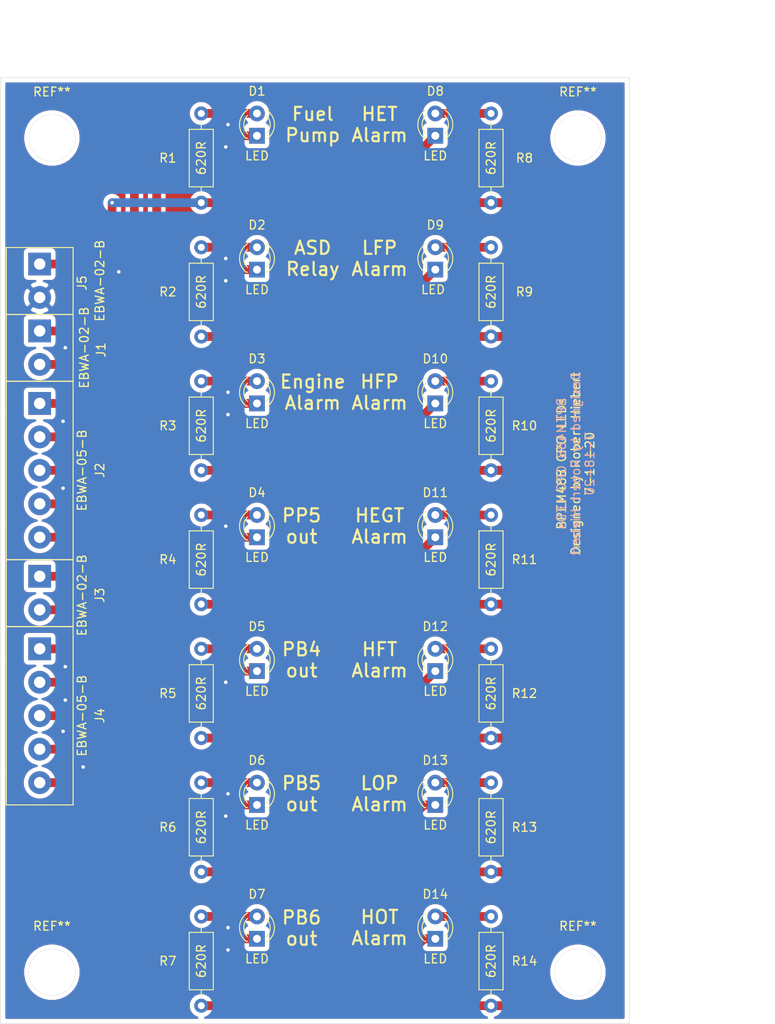
<source format=kicad_pcb>
(kicad_pcb (version 20171130) (host pcbnew "(5.1.6)-1")
  (layers (0 F.Cu signal hide) (31 B.Cu signal hide) (34 B.Paste user) (35 F.Paste user) (36 B.SilkS user) (37 F.SilkS user) (38 B.Mask user) (39 F.Mask user) (44 Edge.Cuts user))
  (net 0 "")
  (net 1 "Net-(D1-Pad1)")
  (net 2 "Net-(D1-Pad2)")
  (net 3 "Net-(D2-Pad2)")
  (net 4 "Net-(D2-Pad1)")
  (net 5 "Net-(D3-Pad2)")
  (net 6 "Net-(D3-Pad1)")
  (net 7 "Net-(D4-Pad2)")
  (net 8 "Net-(D4-Pad1)")
  (net 9 "Net-(D5-Pad2)")
  (net 10 "Net-(D5-Pad1)")
  (net 11 "Net-(D6-Pad1)")
  (net 12 "Net-(D6-Pad2)")
  (net 13 "Net-(D7-Pad1)")
  (net 14 "Net-(D7-Pad2)")
  (net 15 /HET)
  (net 16 "Net-(D8-Pad2)")
  (net 17 /LFP)
  (net 18 "Net-(D9-Pad2)")
  (net 19 "Net-(D10-Pad2)")
  (net 20 /HFP)
  (net 21 "Net-(D11-Pad2)")
  (net 22 /HEGT)
  (net 23 /HFT)
  (net 24 "Net-(D12-Pad2)")
  (net 25 "Net-(D13-Pad2)")
  (net 26 /HOT)
  (net 27 /LOP)
  (net 28 "Net-(D14-Pad2)")
  (net 29 GND)
  (net 30 +12V)
  (module MountingHole:MountingHole_5.3mm_M5_ISO14580_Pad (layer F.Cu) (at 90.678 144.018)
    (fp_text reference REF** (at 0 -5.25) (layer F.SilkS))
    (fp_text value MountingHole_5.3mm_M5_ISO14580_Pad)
    (pad "" thru_hole circle (at 0 0) (size 5.3 5.3) (drill 5.3) (layers *.Cu))
  )
  (module MountingHole:MountingHole_5.3mm_M5_ISO14580_Pad (layer F.Cu) (at 150.622 144.018)
    (fp_text reference REF** (at 0 -5.25) (layer F.SilkS))
    (fp_text value MountingHole_5.3mm_M5_ISO14580_Pad)
    (pad "" thru_hole circle (at 0 0) (size 5.3 5.3) (drill 5.3) (layers *.Cu))
  )
  (module MountingHole:MountingHole_5.3mm_M5_ISO14580_Pad (layer F.Cu) (at 90.678 49.022)
    (fp_text reference REF** (at 0 -5.25) (layer F.SilkS))
    (fp_text value MountingHole_5.3mm_M5_ISO14580_Pad)
    (pad "" thru_hole circle (at 0 0) (size 5.3 5.3) (drill 5.3) (layers *.Cu))
  )
  (module MountingHole:MountingHole_5.3mm_M5_ISO14580_Pad (layer F.Cu) (at 150.622 49.022)
    (fp_text reference REF** (at 0 -5.25) (layer F.SilkS))
    (fp_text value MountingHole_5.3mm_M5_ISO14580_Pad)
    (pad "" thru_hole circle (at 0 0) (size 5.3 5.3) (drill 5.3) (layers *.Cu))
  )
  (module LED_THT:LED_D3.0mm (layer F.Cu) (at 114.046 48.768 90)
    (fp_text reference D1 (at 5.08 0 180) (layer F.SilkS))
    (fp_text value LED (at -2.286 0 180) (layer F.SilkS))
    (fp_line (start -0.29 -1.236) (end -0.29 -1.08) (layer F.SilkS) (width 0.12))
    (fp_line (start -0.29 1.08) (end -0.29 1.236) (layer F.SilkS) (width 0.12))
    (fp_arc (start 1.27 0) (end -0.29 -1.235516) (angle 108.8) (layer F.SilkS) (width 0.12))
    (fp_arc (start 1.27 0) (end -0.29 1.235516) (angle -108.8) (layer F.SilkS) (width 0.12))
    (fp_arc (start 1.27 0) (end 0.229039 -1.08) (angle 87.9) (layer F.SilkS) (width 0.12))
    (fp_arc (start 1.27 0) (end 0.229039 1.08) (angle -87.9) (layer F.SilkS) (width 0.12))
    (pad 1 thru_hole rect (at 0 0 90) (size 1.8 1.8) (drill 0.9) (layers *.Cu *.Mask) (net 1 "Net-(D1-Pad1)"))
    (pad 2 thru_hole circle (at 2.54 0 90) (size 1.8 1.8) (drill 0.9) (layers *.Cu *.Mask) (net 2 "Net-(D1-Pad2)"))
  )
  (module LED_THT:LED_D3.0mm (layer F.Cu) (at 114.046 64.008 90)
    (fp_text reference D2 (at 5.08 0 180) (layer F.SilkS))
    (fp_text value LED (at -2.286 0 180) (layer F.SilkS))
    (fp_line (start -0.29 1.08) (end -0.29 1.236) (layer F.SilkS) (width 0.12))
    (fp_line (start -0.29 -1.236) (end -0.29 -1.08) (layer F.SilkS) (width 0.12))
    (fp_arc (start 1.27 0) (end 0.229039 1.08) (angle -87.9) (layer F.SilkS) (width 0.12))
    (fp_arc (start 1.27 0) (end 0.229039 -1.08) (angle 87.9) (layer F.SilkS) (width 0.12))
    (fp_arc (start 1.27 0) (end -0.29 1.235516) (angle -108.8) (layer F.SilkS) (width 0.12))
    (fp_arc (start 1.27 0) (end -0.29 -1.235516) (angle 108.8) (layer F.SilkS) (width 0.12))
    (pad 2 thru_hole circle (at 2.54 0 90) (size 1.8 1.8) (drill 0.9) (layers *.Cu *.Mask) (net 3 "Net-(D2-Pad2)"))
    (pad 1 thru_hole rect (at 0 0 90) (size 1.8 1.8) (drill 0.9) (layers *.Cu *.Mask) (net 4 "Net-(D2-Pad1)"))
  )
  (module LED_THT:LED_D3.0mm (layer F.Cu) (at 114.046 79.248 90)
    (fp_text reference D3 (at 5.08 0 180) (layer F.SilkS))
    (fp_text value LED (at -2.286 0 180) (layer F.SilkS))
    (fp_line (start -0.29 1.08) (end -0.29 1.236) (layer F.SilkS) (width 0.12))
    (fp_line (start -0.29 -1.236) (end -0.29 -1.08) (layer F.SilkS) (width 0.12))
    (fp_arc (start 1.27 0) (end 0.229039 1.08) (angle -87.9) (layer F.SilkS) (width 0.12))
    (fp_arc (start 1.27 0) (end 0.229039 -1.08) (angle 87.9) (layer F.SilkS) (width 0.12))
    (fp_arc (start 1.27 0) (end -0.29 1.235516) (angle -108.8) (layer F.SilkS) (width 0.12))
    (fp_arc (start 1.27 0) (end -0.29 -1.235516) (angle 108.8) (layer F.SilkS) (width 0.12))
    (pad 2 thru_hole circle (at 2.54 0 90) (size 1.8 1.8) (drill 0.9) (layers *.Cu *.Mask) (net 5 "Net-(D3-Pad2)"))
    (pad 1 thru_hole rect (at 0 0 90) (size 1.8 1.8) (drill 0.9) (layers *.Cu *.Mask) (net 6 "Net-(D3-Pad1)"))
  )
  (module LED_THT:LED_D3.0mm (layer F.Cu) (at 114.046 94.488 90)
    (fp_text reference D4 (at 5.08 0 180) (layer F.SilkS))
    (fp_text value LED (at -2.286 0 180) (layer F.SilkS))
    (fp_line (start -0.29 1.08) (end -0.29 1.236) (layer F.SilkS) (width 0.12))
    (fp_line (start -0.29 -1.236) (end -0.29 -1.08) (layer F.SilkS) (width 0.12))
    (fp_arc (start 1.27 0) (end 0.229039 1.08) (angle -87.9) (layer F.SilkS) (width 0.12))
    (fp_arc (start 1.27 0) (end 0.229039 -1.08) (angle 87.9) (layer F.SilkS) (width 0.12))
    (fp_arc (start 1.27 0) (end -0.29 1.235516) (angle -108.8) (layer F.SilkS) (width 0.12))
    (fp_arc (start 1.27 0) (end -0.29 -1.235516) (angle 108.8) (layer F.SilkS) (width 0.12))
    (pad 2 thru_hole circle (at 2.54 0 90) (size 1.8 1.8) (drill 0.9) (layers *.Cu *.Mask) (net 7 "Net-(D4-Pad2)"))
    (pad 1 thru_hole rect (at 0 0 90) (size 1.8 1.8) (drill 0.9) (layers *.Cu *.Mask) (net 8 "Net-(D4-Pad1)"))
  )
  (module LED_THT:LED_D3.0mm (layer F.Cu) (at 114.046 109.728 90)
    (fp_text reference D5 (at 5.08 0 180) (layer F.SilkS))
    (fp_text value LED (at -2.286 0 180) (layer F.SilkS))
    (fp_line (start -0.29 1.08) (end -0.29 1.236) (layer F.SilkS) (width 0.12))
    (fp_line (start -0.29 -1.236) (end -0.29 -1.08) (layer F.SilkS) (width 0.12))
    (fp_arc (start 1.27 0) (end 0.229039 1.08) (angle -87.9) (layer F.SilkS) (width 0.12))
    (fp_arc (start 1.27 0) (end 0.229039 -1.08) (angle 87.9) (layer F.SilkS) (width 0.12))
    (fp_arc (start 1.27 0) (end -0.29 1.235516) (angle -108.8) (layer F.SilkS) (width 0.12))
    (fp_arc (start 1.27 0) (end -0.29 -1.235516) (angle 108.8) (layer F.SilkS) (width 0.12))
    (pad 2 thru_hole circle (at 2.54 0 90) (size 1.8 1.8) (drill 0.9) (layers *.Cu *.Mask) (net 9 "Net-(D5-Pad2)"))
    (pad 1 thru_hole rect (at 0 0 90) (size 1.8 1.8) (drill 0.9) (layers *.Cu *.Mask) (net 10 "Net-(D5-Pad1)"))
  )
  (module LED_THT:LED_D3.0mm (layer F.Cu) (at 114.046 124.968 90)
    (fp_text reference D6 (at 5.08 0 180) (layer F.SilkS))
    (fp_text value LED (at -2.286 0 180) (layer F.SilkS))
    (fp_line (start -0.29 -1.236) (end -0.29 -1.08) (layer F.SilkS) (width 0.12))
    (fp_line (start -0.29 1.08) (end -0.29 1.236) (layer F.SilkS) (width 0.12))
    (fp_arc (start 1.27 0) (end -0.29 -1.235516) (angle 108.8) (layer F.SilkS) (width 0.12))
    (fp_arc (start 1.27 0) (end -0.29 1.235516) (angle -108.8) (layer F.SilkS) (width 0.12))
    (fp_arc (start 1.27 0) (end 0.229039 -1.08) (angle 87.9) (layer F.SilkS) (width 0.12))
    (fp_arc (start 1.27 0) (end 0.229039 1.08) (angle -87.9) (layer F.SilkS) (width 0.12))
    (pad 1 thru_hole rect (at 0 0 90) (size 1.8 1.8) (drill 0.9) (layers *.Cu *.Mask) (net 11 "Net-(D6-Pad1)"))
    (pad 2 thru_hole circle (at 2.54 0 90) (size 1.8 1.8) (drill 0.9) (layers *.Cu *.Mask) (net 12 "Net-(D6-Pad2)"))
  )
  (module LED_THT:LED_D3.0mm (layer F.Cu) (at 114.046 140.208 90)
    (fp_text reference D7 (at 5.08 0 180) (layer F.SilkS))
    (fp_text value LED (at -2.286 0 180) (layer F.SilkS))
    (fp_line (start -0.29 -1.236) (end -0.29 -1.08) (layer F.SilkS) (width 0.12))
    (fp_line (start -0.29 1.08) (end -0.29 1.236) (layer F.SilkS) (width 0.12))
    (fp_arc (start 1.27 0) (end -0.29 -1.235516) (angle 108.8) (layer F.SilkS) (width 0.12))
    (fp_arc (start 1.27 0) (end -0.29 1.235516) (angle -108.8) (layer F.SilkS) (width 0.12))
    (fp_arc (start 1.27 0) (end 0.229039 -1.08) (angle 87.9) (layer F.SilkS) (width 0.12))
    (fp_arc (start 1.27 0) (end 0.229039 1.08) (angle -87.9) (layer F.SilkS) (width 0.12))
    (pad 1 thru_hole rect (at 0 0 90) (size 1.8 1.8) (drill 0.9) (layers *.Cu *.Mask) (net 13 "Net-(D7-Pad1)"))
    (pad 2 thru_hole circle (at 2.54 0 90) (size 1.8 1.8) (drill 0.9) (layers *.Cu *.Mask) (net 14 "Net-(D7-Pad2)"))
  )
  (module LED_THT:LED_D3.0mm (layer F.Cu) (at 134.366 48.768 90)
    (fp_text reference D8 (at 5.08 0 180) (layer F.SilkS))
    (fp_text value LED (at -2.286 0 180) (layer F.SilkS))
    (fp_line (start -0.29 -1.236) (end -0.29 -1.08) (layer F.SilkS) (width 0.12))
    (fp_line (start -0.29 1.08) (end -0.29 1.236) (layer F.SilkS) (width 0.12))
    (fp_arc (start 1.27 0) (end -0.29 -1.235516) (angle 108.8) (layer F.SilkS) (width 0.12))
    (fp_arc (start 1.27 0) (end -0.29 1.235516) (angle -108.8) (layer F.SilkS) (width 0.12))
    (fp_arc (start 1.27 0) (end 0.229039 -1.08) (angle 87.9) (layer F.SilkS) (width 0.12))
    (fp_arc (start 1.27 0) (end 0.229039 1.08) (angle -87.9) (layer F.SilkS) (width 0.12))
    (pad 1 thru_hole rect (at 0 0 90) (size 1.8 1.8) (drill 0.9) (layers *.Cu *.Mask) (net 15 /HET))
    (pad 2 thru_hole circle (at 2.54 0 90) (size 1.8 1.8) (drill 0.9) (layers *.Cu *.Mask) (net 16 "Net-(D8-Pad2)"))
  )
  (module LED_THT:LED_D3.0mm (layer F.Cu) (at 134.366 64.008 90)
    (fp_text reference D9 (at 5.08 0 180) (layer F.SilkS))
    (fp_text value LED (at -2.286 -0.254 180) (layer F.SilkS))
    (fp_line (start -0.29 -1.236) (end -0.29 -1.08) (layer F.SilkS) (width 0.12))
    (fp_line (start -0.29 1.08) (end -0.29 1.236) (layer F.SilkS) (width 0.12))
    (fp_arc (start 1.27 0) (end -0.29 -1.235516) (angle 108.8) (layer F.SilkS) (width 0.12))
    (fp_arc (start 1.27 0) (end -0.29 1.235516) (angle -108.8) (layer F.SilkS) (width 0.12))
    (fp_arc (start 1.27 0) (end 0.229039 -1.08) (angle 87.9) (layer F.SilkS) (width 0.12))
    (fp_arc (start 1.27 0) (end 0.229039 1.08) (angle -87.9) (layer F.SilkS) (width 0.12))
    (pad 1 thru_hole rect (at 0 0 90) (size 1.8 1.8) (drill 0.9) (layers *.Cu *.Mask) (net 17 /LFP))
    (pad 2 thru_hole circle (at 2.54 0 90) (size 1.8 1.8) (drill 0.9) (layers *.Cu *.Mask) (net 18 "Net-(D9-Pad2)"))
  )
  (module LED_THT:LED_D3.0mm (layer F.Cu) (at 134.366 79.248 90)
    (fp_text reference D10 (at 5.08 0 180) (layer F.SilkS))
    (fp_text value LED (at -2.286 0 180) (layer F.SilkS))
    (fp_line (start -0.29 1.08) (end -0.29 1.236) (layer F.SilkS) (width 0.12))
    (fp_line (start -0.29 -1.236) (end -0.29 -1.08) (layer F.SilkS) (width 0.12))
    (fp_arc (start 1.27 0) (end 0.229039 1.08) (angle -87.9) (layer F.SilkS) (width 0.12))
    (fp_arc (start 1.27 0) (end 0.229039 -1.08) (angle 87.9) (layer F.SilkS) (width 0.12))
    (fp_arc (start 1.27 0) (end -0.29 1.235516) (angle -108.8) (layer F.SilkS) (width 0.12))
    (fp_arc (start 1.27 0) (end -0.29 -1.235516) (angle 108.8) (layer F.SilkS) (width 0.12))
    (pad 2 thru_hole circle (at 2.54 0 90) (size 1.8 1.8) (drill 0.9) (layers *.Cu *.Mask) (net 19 "Net-(D10-Pad2)"))
    (pad 1 thru_hole rect (at 0 0 90) (size 1.8 1.8) (drill 0.9) (layers *.Cu *.Mask) (net 20 /HFP))
  )
  (module LED_THT:LED_D3.0mm (layer F.Cu) (at 134.366 94.488 90)
    (fp_text reference D11 (at 5.08 0 180) (layer F.SilkS))
    (fp_text value LED (at -2.286 0 180) (layer F.SilkS))
    (fp_line (start -0.29 1.08) (end -0.29 1.236) (layer F.SilkS) (width 0.12))
    (fp_line (start -0.29 -1.236) (end -0.29 -1.08) (layer F.SilkS) (width 0.12))
    (fp_arc (start 1.27 0) (end 0.229039 1.08) (angle -87.9) (layer F.SilkS) (width 0.12))
    (fp_arc (start 1.27 0) (end 0.229039 -1.08) (angle 87.9) (layer F.SilkS) (width 0.12))
    (fp_arc (start 1.27 0) (end -0.29 1.235516) (angle -108.8) (layer F.SilkS) (width 0.12))
    (fp_arc (start 1.27 0) (end -0.29 -1.235516) (angle 108.8) (layer F.SilkS) (width 0.12))
    (pad 2 thru_hole circle (at 2.54 0 90) (size 1.8 1.8) (drill 0.9) (layers *.Cu *.Mask) (net 21 "Net-(D11-Pad2)"))
    (pad 1 thru_hole rect (at 0 0 90) (size 1.8 1.8) (drill 0.9) (layers *.Cu *.Mask) (net 22 /HEGT))
  )
  (module LED_THT:LED_D3.0mm (layer F.Cu) (at 134.366 109.728 90)
    (fp_text reference D12 (at 5.08 0 180) (layer F.SilkS))
    (fp_text value LED (at -2.286 0 180) (layer F.SilkS))
    (fp_line (start -0.29 -1.236) (end -0.29 -1.08) (layer F.SilkS) (width 0.12))
    (fp_line (start -0.29 1.08) (end -0.29 1.236) (layer F.SilkS) (width 0.12))
    (fp_arc (start 1.27 0) (end -0.29 -1.235516) (angle 108.8) (layer F.SilkS) (width 0.12))
    (fp_arc (start 1.27 0) (end -0.29 1.235516) (angle -108.8) (layer F.SilkS) (width 0.12))
    (fp_arc (start 1.27 0) (end 0.229039 -1.08) (angle 87.9) (layer F.SilkS) (width 0.12))
    (fp_arc (start 1.27 0) (end 0.229039 1.08) (angle -87.9) (layer F.SilkS) (width 0.12))
    (pad 1 thru_hole rect (at 0 0 90) (size 1.8 1.8) (drill 0.9) (layers *.Cu *.Mask) (net 23 /HFT))
    (pad 2 thru_hole circle (at 2.54 0 90) (size 1.8 1.8) (drill 0.9) (layers *.Cu *.Mask) (net 24 "Net-(D12-Pad2)"))
  )
  (module LED_THT:LED_D3.0mm (layer F.Cu) (at 134.366 124.968 90)
    (fp_text reference D13 (at 5.08 0 180) (layer F.SilkS))
    (fp_text value LED (at -2.286 0 180) (layer F.SilkS))
    (fp_line (start -0.29 1.08) (end -0.29 1.236) (layer F.SilkS) (width 0.12))
    (fp_line (start -0.29 -1.236) (end -0.29 -1.08) (layer F.SilkS) (width 0.12))
    (fp_arc (start 1.27 0) (end 0.229039 1.08) (angle -87.9) (layer F.SilkS) (width 0.12))
    (fp_arc (start 1.27 0) (end 0.229039 -1.08) (angle 87.9) (layer F.SilkS) (width 0.12))
    (fp_arc (start 1.27 0) (end -0.29 1.235516) (angle -108.8) (layer F.SilkS) (width 0.12))
    (fp_arc (start 1.27 0) (end -0.29 -1.235516) (angle 108.8) (layer F.SilkS) (width 0.12))
    (pad 2 thru_hole circle (at 2.54 0 90) (size 1.8 1.8) (drill 0.9) (layers *.Cu *.Mask) (net 25 "Net-(D13-Pad2)"))
    (pad 1 thru_hole rect (at 0 0 90) (size 1.8 1.8) (drill 0.9) (layers *.Cu *.Mask) (net 26 /HOT))
  )
  (module LED_THT:LED_D3.0mm (layer F.Cu) (at 134.366 140.208 90)
    (fp_text reference D14 (at 5.08 0 180) (layer F.SilkS))
    (fp_text value LED (at -2.286 0 180) (layer F.SilkS))
    (fp_line (start -0.29 -1.236) (end -0.29 -1.08) (layer F.SilkS) (width 0.12))
    (fp_line (start -0.29 1.08) (end -0.29 1.236) (layer F.SilkS) (width 0.12))
    (fp_arc (start 1.27 0) (end -0.29 -1.235516) (angle 108.8) (layer F.SilkS) (width 0.12))
    (fp_arc (start 1.27 0) (end -0.29 1.235516) (angle -108.8) (layer F.SilkS) (width 0.12))
    (fp_arc (start 1.27 0) (end 0.229039 -1.08) (angle 87.9) (layer F.SilkS) (width 0.12))
    (fp_arc (start 1.27 0) (end 0.229039 1.08) (angle -87.9) (layer F.SilkS) (width 0.12))
    (pad 1 thru_hole rect (at 0 0 90) (size 1.8 1.8) (drill 0.9) (layers *.Cu *.Mask) (net 27 /LOP))
    (pad 2 thru_hole circle (at 2.54 0 90) (size 1.8 1.8) (drill 0.9) (layers *.Cu *.Mask) (net 28 "Net-(D14-Pad2)"))
  )
  (module "Ign-Inj LEDs:EBWA-02-B" (layer F.Cu) (at 89.281 72.898 270)
    (fp_text reference J1 (at 0.254 -6.985 90) (layer F.SilkS))
    (fp_text value EBWA-02-B (at 0 -5.08 90) (layer F.SilkS))
    (fp_line (start -3.7846 -3.81) (end 3.8354 -3.81) (layer F.SilkS) (width 0.12))
    (fp_line (start 3.8354 -3.81) (end 3.8354 3.81) (layer F.SilkS) (width 0.12))
    (fp_line (start 3.8354 3.81) (end -3.7846 3.81) (layer F.SilkS) (width 0.12))
    (fp_line (start -3.7846 3.81) (end -3.7846 -3.81) (layer F.SilkS) (width 0.12))
    (pad 2 thru_hole circle (at 1.905 0 270) (size 2.6 2.6) (drill 1.3) (layers *.Cu *.Mask) (net 15 /HET))
    (pad 1 thru_hole rect (at -1.905 0 270) (size 2.6 2.6) (drill 1.3) (layers *.Cu *.Mask) (net 1 "Net-(D1-Pad1)"))
  )
  (module "Ign-Inj LEDs:EBWA-05-B" (layer F.Cu) (at 89.281 86.868 270)
    (fp_text reference J2 (at 0 -6.858 90) (layer F.SilkS))
    (fp_text value EBWA-05-B (at 0 -4.826 90) (layer F.SilkS))
    (fp_line (start -10.16 3.81) (end -6.35 3.81) (layer F.SilkS) (width 0.12))
    (fp_line (start -10.16 -3.81) (end -10.16 3.81) (layer F.SilkS) (width 0.12))
    (fp_line (start -6.35 -3.81) (end -10.16 -3.81) (layer F.SilkS) (width 0.12))
    (fp_line (start 10.16 3.81) (end 6.35 3.81) (layer F.SilkS) (width 0.12))
    (fp_line (start 10.16 -3.81) (end 10.16 3.81) (layer F.SilkS) (width 0.12))
    (fp_line (start 6.35 -3.81) (end 10.16 -3.81) (layer F.SilkS) (width 0.12))
    (fp_line (start 6.35 3.81) (end -6.35 3.81) (layer F.SilkS) (width 0.12))
    (fp_line (start -6.35 -3.81) (end 6.35 -3.81) (layer F.SilkS) (width 0.12))
    (pad 1 thru_hole rect (at -7.62 0 270) (size 2.6 2.6) (drill 1.3) (layers *.Cu *.Mask) (net 4 "Net-(D2-Pad1)"))
    (pad 5 thru_hole circle (at 7.62 0 270) (size 2.6 2.6) (drill 1.3) (layers *.Cu *.Mask) (net 8 "Net-(D4-Pad1)"))
    (pad 4 thru_hole circle (at 3.81 0 270) (size 2.6 2.6) (drill 1.3) (layers *.Cu *.Mask) (net 20 /HFP))
    (pad 2 thru_hole circle (at -3.81 0 270) (size 2.6 2.6) (drill 1.3) (layers *.Cu *.Mask) (net 17 /LFP))
    (pad 3 thru_hole circle (at 0 0 270) (size 2.6 2.6) (drill 1.3) (layers *.Cu *.Mask) (net 6 "Net-(D3-Pad1)"))
  )
  (module "Ign-Inj LEDs:EBWA-02-B" (layer F.Cu) (at 89.281 100.838 270)
    (fp_text reference J3 (at 0.254 -6.858 90) (layer F.SilkS))
    (fp_text value EBWA-02-B (at 0.254 -4.826 90) (layer F.SilkS))
    (fp_line (start -3.7846 3.81) (end -3.7846 -3.81) (layer F.SilkS) (width 0.12))
    (fp_line (start 3.8354 3.81) (end -3.7846 3.81) (layer F.SilkS) (width 0.12))
    (fp_line (start 3.8354 -3.81) (end 3.8354 3.81) (layer F.SilkS) (width 0.12))
    (fp_line (start -3.7846 -3.81) (end 3.8354 -3.81) (layer F.SilkS) (width 0.12))
    (pad 1 thru_hole rect (at -1.905 0 270) (size 2.6 2.6) (drill 1.3) (layers *.Cu *.Mask) (net 22 /HEGT))
    (pad 2 thru_hole circle (at 1.905 0 270) (size 2.6 2.6) (drill 1.3) (layers *.Cu *.Mask) (net 10 "Net-(D5-Pad1)"))
  )
  (module "Ign-Inj LEDs:EBWA-05-B" (layer F.Cu) (at 89.281 114.808 270)
    (fp_text reference J4 (at 0 -6.858 90) (layer F.SilkS))
    (fp_text value EBWA-05-B (at 0 -4.826 90) (layer F.SilkS))
    (fp_line (start -6.35 -3.81) (end 6.35 -3.81) (layer F.SilkS) (width 0.12))
    (fp_line (start 6.35 3.81) (end -6.35 3.81) (layer F.SilkS) (width 0.12))
    (fp_line (start 6.35 -3.81) (end 10.16 -3.81) (layer F.SilkS) (width 0.12))
    (fp_line (start 10.16 -3.81) (end 10.16 3.81) (layer F.SilkS) (width 0.12))
    (fp_line (start 10.16 3.81) (end 6.35 3.81) (layer F.SilkS) (width 0.12))
    (fp_line (start -6.35 -3.81) (end -10.16 -3.81) (layer F.SilkS) (width 0.12))
    (fp_line (start -10.16 -3.81) (end -10.16 3.81) (layer F.SilkS) (width 0.12))
    (fp_line (start -10.16 3.81) (end -6.35 3.81) (layer F.SilkS) (width 0.12))
    (pad 3 thru_hole circle (at 0 0 270) (size 2.6 2.6) (drill 1.3) (layers *.Cu *.Mask) (net 26 /HOT))
    (pad 2 thru_hole circle (at -3.81 0 270) (size 2.6 2.6) (drill 1.3) (layers *.Cu *.Mask) (net 11 "Net-(D6-Pad1)"))
    (pad 4 thru_hole circle (at 3.81 0 270) (size 2.6 2.6) (drill 1.3) (layers *.Cu *.Mask) (net 13 "Net-(D7-Pad1)"))
    (pad 5 thru_hole circle (at 7.62 0 270) (size 2.6 2.6) (drill 1.3) (layers *.Cu *.Mask) (net 27 /LOP))
    (pad 1 thru_hole rect (at -7.62 0 270) (size 2.6 2.6) (drill 1.3) (layers *.Cu *.Mask) (net 23 /HFT))
  )
  (module "Ign-Inj LEDs:EBWA-02-B" (layer F.Cu) (at 89.281 65.278 270)
    (fp_text reference J5 (at 0.254 -4.826 90) (layer F.SilkS))
    (fp_text value EBWA-02-B (at 0 -6.858 90) (layer F.SilkS))
    (fp_line (start -3.7846 -3.81) (end 3.8354 -3.81) (layer F.SilkS) (width 0.12))
    (fp_line (start 3.8354 -3.81) (end 3.8354 3.81) (layer F.SilkS) (width 0.12))
    (fp_line (start 3.8354 3.81) (end -3.7846 3.81) (layer F.SilkS) (width 0.12))
    (fp_line (start -3.7846 3.81) (end -3.7846 -3.81) (layer F.SilkS) (width 0.12))
    (pad 2 thru_hole circle (at 1.905 0 270) (size 2.6 2.6) (drill 1.3) (layers *.Cu *.Mask) (net 29 GND))
    (pad 1 thru_hole rect (at -1.905 0 270) (size 2.6 2.6) (drill 1.3) (layers *.Cu *.Mask) (net 30 +12V))
  )
  (module Resistor_THT:R_Axial_DIN0207_L6.3mm_D2.5mm_P10.16mm_Horizontal (layer F.Cu) (at 107.696 56.388 90)
    (fp_text reference R1 (at 5.08 -3.81 180) (layer F.SilkS))
    (fp_text value 620R (at 5.08 0 90) (layer F.SilkS))
    (fp_line (start 9.12 0) (end 8.35 0) (layer F.SilkS) (width 0.12))
    (fp_line (start 1.04 0) (end 1.81 0) (layer F.SilkS) (width 0.12))
    (fp_line (start 8.35 -1.37) (end 1.81 -1.37) (layer F.SilkS) (width 0.12))
    (fp_line (start 8.35 1.37) (end 8.35 -1.37) (layer F.SilkS) (width 0.12))
    (fp_line (start 1.81 1.37) (end 8.35 1.37) (layer F.SilkS) (width 0.12))
    (fp_line (start 1.81 -1.37) (end 1.81 1.37) (layer F.SilkS) (width 0.12))
    (pad 2 thru_hole oval (at 10.16 0 90) (size 1.6 1.6) (drill 0.8) (layers *.Cu *.Mask) (net 2 "Net-(D1-Pad2)"))
    (pad 1 thru_hole circle (at 0 0 90) (size 1.6 1.6) (drill 0.8) (layers *.Cu *.Mask) (net 30 +12V))
  )
  (module Resistor_THT:R_Axial_DIN0207_L6.3mm_D2.5mm_P10.16mm_Horizontal (layer F.Cu) (at 107.696 71.628 90)
    (fp_text reference R2 (at 5.08 -3.81 180) (layer F.SilkS))
    (fp_text value 620R (at 5.08 0 90) (layer F.SilkS))
    (fp_line (start 1.81 -1.37) (end 1.81 1.37) (layer F.SilkS) (width 0.12))
    (fp_line (start 1.81 1.37) (end 8.35 1.37) (layer F.SilkS) (width 0.12))
    (fp_line (start 8.35 1.37) (end 8.35 -1.37) (layer F.SilkS) (width 0.12))
    (fp_line (start 8.35 -1.37) (end 1.81 -1.37) (layer F.SilkS) (width 0.12))
    (fp_line (start 1.04 0) (end 1.81 0) (layer F.SilkS) (width 0.12))
    (fp_line (start 9.12 0) (end 8.35 0) (layer F.SilkS) (width 0.12))
    (pad 1 thru_hole circle (at 0 0 90) (size 1.6 1.6) (drill 0.8) (layers *.Cu *.Mask) (net 30 +12V))
    (pad 2 thru_hole oval (at 10.16 0 90) (size 1.6 1.6) (drill 0.8) (layers *.Cu *.Mask) (net 3 "Net-(D2-Pad2)"))
  )
  (module Resistor_THT:R_Axial_DIN0207_L6.3mm_D2.5mm_P10.16mm_Horizontal (layer F.Cu) (at 107.696 86.868 90)
    (fp_text reference R3 (at 5.08 -3.81 180) (layer F.SilkS))
    (fp_text value 620R (at 5.08 0 90) (layer F.SilkS))
    (fp_line (start 9.12 0) (end 8.35 0) (layer F.SilkS) (width 0.12))
    (fp_line (start 1.04 0) (end 1.81 0) (layer F.SilkS) (width 0.12))
    (fp_line (start 8.35 -1.37) (end 1.81 -1.37) (layer F.SilkS) (width 0.12))
    (fp_line (start 8.35 1.37) (end 8.35 -1.37) (layer F.SilkS) (width 0.12))
    (fp_line (start 1.81 1.37) (end 8.35 1.37) (layer F.SilkS) (width 0.12))
    (fp_line (start 1.81 -1.37) (end 1.81 1.37) (layer F.SilkS) (width 0.12))
    (pad 2 thru_hole oval (at 10.16 0 90) (size 1.6 1.6) (drill 0.8) (layers *.Cu *.Mask) (net 5 "Net-(D3-Pad2)"))
    (pad 1 thru_hole circle (at 0 0 90) (size 1.6 1.6) (drill 0.8) (layers *.Cu *.Mask) (net 30 +12V))
  )
  (module Resistor_THT:R_Axial_DIN0207_L6.3mm_D2.5mm_P10.16mm_Horizontal (layer F.Cu) (at 107.696 102.108 90)
    (fp_text reference R4 (at 5.08 -3.81 180) (layer F.SilkS))
    (fp_text value 620R (at 5.08 0 90) (layer F.SilkS))
    (fp_line (start 1.81 -1.37) (end 1.81 1.37) (layer F.SilkS) (width 0.12))
    (fp_line (start 1.81 1.37) (end 8.35 1.37) (layer F.SilkS) (width 0.12))
    (fp_line (start 8.35 1.37) (end 8.35 -1.37) (layer F.SilkS) (width 0.12))
    (fp_line (start 8.35 -1.37) (end 1.81 -1.37) (layer F.SilkS) (width 0.12))
    (fp_line (start 1.04 0) (end 1.81 0) (layer F.SilkS) (width 0.12))
    (fp_line (start 9.12 0) (end 8.35 0) (layer F.SilkS) (width 0.12))
    (pad 1 thru_hole circle (at 0 0 90) (size 1.6 1.6) (drill 0.8) (layers *.Cu *.Mask) (net 30 +12V))
    (pad 2 thru_hole oval (at 10.16 0 90) (size 1.6 1.6) (drill 0.8) (layers *.Cu *.Mask) (net 7 "Net-(D4-Pad2)"))
  )
  (module Resistor_THT:R_Axial_DIN0207_L6.3mm_D2.5mm_P10.16mm_Horizontal (layer F.Cu) (at 107.696 117.348 90)
    (fp_text reference R5 (at 5.08 -3.81 180) (layer F.SilkS))
    (fp_text value 620R (at 5.08 0 90) (layer F.SilkS))
    (fp_line (start 9.12 0) (end 8.35 0) (layer F.SilkS) (width 0.12))
    (fp_line (start 1.04 0) (end 1.81 0) (layer F.SilkS) (width 0.12))
    (fp_line (start 8.35 -1.37) (end 1.81 -1.37) (layer F.SilkS) (width 0.12))
    (fp_line (start 8.35 1.37) (end 8.35 -1.37) (layer F.SilkS) (width 0.12))
    (fp_line (start 1.81 1.37) (end 8.35 1.37) (layer F.SilkS) (width 0.12))
    (fp_line (start 1.81 -1.37) (end 1.81 1.37) (layer F.SilkS) (width 0.12))
    (pad 2 thru_hole oval (at 10.16 0 90) (size 1.6 1.6) (drill 0.8) (layers *.Cu *.Mask) (net 9 "Net-(D5-Pad2)"))
    (pad 1 thru_hole circle (at 0 0 90) (size 1.6 1.6) (drill 0.8) (layers *.Cu *.Mask) (net 30 +12V))
  )
  (module Resistor_THT:R_Axial_DIN0207_L6.3mm_D2.5mm_P10.16mm_Horizontal (layer F.Cu) (at 107.696 132.588 90)
    (fp_text reference R6 (at 5.08 -3.81 180) (layer F.SilkS))
    (fp_text value 620R (at 5.08 0 90) (layer F.SilkS))
    (fp_line (start 1.81 -1.37) (end 1.81 1.37) (layer F.SilkS) (width 0.12))
    (fp_line (start 1.81 1.37) (end 8.35 1.37) (layer F.SilkS) (width 0.12))
    (fp_line (start 8.35 1.37) (end 8.35 -1.37) (layer F.SilkS) (width 0.12))
    (fp_line (start 8.35 -1.37) (end 1.81 -1.37) (layer F.SilkS) (width 0.12))
    (fp_line (start 1.04 0) (end 1.81 0) (layer F.SilkS) (width 0.12))
    (fp_line (start 9.12 0) (end 8.35 0) (layer F.SilkS) (width 0.12))
    (pad 1 thru_hole circle (at 0 0 90) (size 1.6 1.6) (drill 0.8) (layers *.Cu *.Mask) (net 30 +12V))
    (pad 2 thru_hole oval (at 10.16 0 90) (size 1.6 1.6) (drill 0.8) (layers *.Cu *.Mask) (net 12 "Net-(D6-Pad2)"))
  )
  (module Resistor_THT:R_Axial_DIN0207_L6.3mm_D2.5mm_P10.16mm_Horizontal (layer F.Cu) (at 107.696 147.828 90)
    (fp_text reference R7 (at 5.08 -3.81 180) (layer F.SilkS))
    (fp_text value 620R (at 5.08 0 90) (layer F.SilkS))
    (fp_line (start 9.12 0) (end 8.35 0) (layer F.SilkS) (width 0.12))
    (fp_line (start 1.04 0) (end 1.81 0) (layer F.SilkS) (width 0.12))
    (fp_line (start 8.35 -1.37) (end 1.81 -1.37) (layer F.SilkS) (width 0.12))
    (fp_line (start 8.35 1.37) (end 8.35 -1.37) (layer F.SilkS) (width 0.12))
    (fp_line (start 1.81 1.37) (end 8.35 1.37) (layer F.SilkS) (width 0.12))
    (fp_line (start 1.81 -1.37) (end 1.81 1.37) (layer F.SilkS) (width 0.12))
    (pad 2 thru_hole oval (at 10.16 0 90) (size 1.6 1.6) (drill 0.8) (layers *.Cu *.Mask) (net 14 "Net-(D7-Pad2)"))
    (pad 1 thru_hole circle (at 0 0 90) (size 1.6 1.6) (drill 0.8) (layers *.Cu *.Mask) (net 30 +12V))
  )
  (module Resistor_THT:R_Axial_DIN0207_L6.3mm_D2.5mm_P10.16mm_Horizontal (layer F.Cu) (at 140.716 46.228 270)
    (fp_text reference R8 (at 5.08 -3.81 180) (layer F.SilkS))
    (fp_text value 620R (at 5.08 0 90) (layer F.SilkS))
    (fp_line (start 1.81 -1.37) (end 1.81 1.37) (layer F.SilkS) (width 0.12))
    (fp_line (start 1.81 1.37) (end 8.35 1.37) (layer F.SilkS) (width 0.12))
    (fp_line (start 8.35 1.37) (end 8.35 -1.37) (layer F.SilkS) (width 0.12))
    (fp_line (start 8.35 -1.37) (end 1.81 -1.37) (layer F.SilkS) (width 0.12))
    (fp_line (start 1.04 0) (end 1.81 0) (layer F.SilkS) (width 0.12))
    (fp_line (start 9.12 0) (end 8.35 0) (layer F.SilkS) (width 0.12))
    (pad 1 thru_hole circle (at 0 0 270) (size 1.6 1.6) (drill 0.8) (layers *.Cu *.Mask) (net 16 "Net-(D8-Pad2)"))
    (pad 2 thru_hole oval (at 10.16 0 270) (size 1.6 1.6) (drill 0.8) (layers *.Cu *.Mask) (net 30 +12V))
  )
  (module Resistor_THT:R_Axial_DIN0207_L6.3mm_D2.5mm_P10.16mm_Horizontal (layer F.Cu) (at 140.716 61.468 270)
    (fp_text reference R9 (at 5.08 -3.81 180) (layer F.SilkS))
    (fp_text value 620R (at 5.08 0 90) (layer F.SilkS))
    (fp_line (start 9.12 0) (end 8.35 0) (layer F.SilkS) (width 0.12))
    (fp_line (start 1.04 0) (end 1.81 0) (layer F.SilkS) (width 0.12))
    (fp_line (start 8.35 -1.37) (end 1.81 -1.37) (layer F.SilkS) (width 0.12))
    (fp_line (start 8.35 1.37) (end 8.35 -1.37) (layer F.SilkS) (width 0.12))
    (fp_line (start 1.81 1.37) (end 8.35 1.37) (layer F.SilkS) (width 0.12))
    (fp_line (start 1.81 -1.37) (end 1.81 1.37) (layer F.SilkS) (width 0.12))
    (pad 2 thru_hole oval (at 10.16 0 270) (size 1.6 1.6) (drill 0.8) (layers *.Cu *.Mask) (net 30 +12V))
    (pad 1 thru_hole circle (at 0 0 270) (size 1.6 1.6) (drill 0.8) (layers *.Cu *.Mask) (net 18 "Net-(D9-Pad2)"))
  )
  (module Resistor_THT:R_Axial_DIN0207_L6.3mm_D2.5mm_P10.16mm_Horizontal (layer F.Cu) (at 140.716 76.708 270)
    (fp_text reference R10 (at 5.08 -3.81 180) (layer F.SilkS))
    (fp_text value 620R (at 5.08 0 90) (layer F.SilkS))
    (fp_line (start 1.81 -1.37) (end 1.81 1.37) (layer F.SilkS) (width 0.12))
    (fp_line (start 1.81 1.37) (end 8.35 1.37) (layer F.SilkS) (width 0.12))
    (fp_line (start 8.35 1.37) (end 8.35 -1.37) (layer F.SilkS) (width 0.12))
    (fp_line (start 8.35 -1.37) (end 1.81 -1.37) (layer F.SilkS) (width 0.12))
    (fp_line (start 1.04 0) (end 1.81 0) (layer F.SilkS) (width 0.12))
    (fp_line (start 9.12 0) (end 8.35 0) (layer F.SilkS) (width 0.12))
    (pad 1 thru_hole circle (at 0 0 270) (size 1.6 1.6) (drill 0.8) (layers *.Cu *.Mask) (net 19 "Net-(D10-Pad2)"))
    (pad 2 thru_hole oval (at 10.16 0 270) (size 1.6 1.6) (drill 0.8) (layers *.Cu *.Mask) (net 30 +12V))
  )
  (module Resistor_THT:R_Axial_DIN0207_L6.3mm_D2.5mm_P10.16mm_Horizontal (layer F.Cu) (at 140.716 91.948 270)
    (fp_text reference R11 (at 5.08 -3.81 180) (layer F.SilkS))
    (fp_text value 620R (at 5.08 0 90) (layer F.SilkS))
    (fp_line (start 9.12 0) (end 8.35 0) (layer F.SilkS) (width 0.12))
    (fp_line (start 1.04 0) (end 1.81 0) (layer F.SilkS) (width 0.12))
    (fp_line (start 8.35 -1.37) (end 1.81 -1.37) (layer F.SilkS) (width 0.12))
    (fp_line (start 8.35 1.37) (end 8.35 -1.37) (layer F.SilkS) (width 0.12))
    (fp_line (start 1.81 1.37) (end 8.35 1.37) (layer F.SilkS) (width 0.12))
    (fp_line (start 1.81 -1.37) (end 1.81 1.37) (layer F.SilkS) (width 0.12))
    (pad 2 thru_hole oval (at 10.16 0 270) (size 1.6 1.6) (drill 0.8) (layers *.Cu *.Mask) (net 30 +12V))
    (pad 1 thru_hole circle (at 0 0 270) (size 1.6 1.6) (drill 0.8) (layers *.Cu *.Mask) (net 21 "Net-(D11-Pad2)"))
  )
  (module Resistor_THT:R_Axial_DIN0207_L6.3mm_D2.5mm_P10.16mm_Horizontal (layer F.Cu) (at 140.716 107.188 270)
    (fp_text reference R12 (at 5.08 -3.81 180) (layer F.SilkS))
    (fp_text value 620R (at 5.08 0 90) (layer F.SilkS))
    (fp_line (start 1.81 -1.37) (end 1.81 1.37) (layer F.SilkS) (width 0.12))
    (fp_line (start 1.81 1.37) (end 8.35 1.37) (layer F.SilkS) (width 0.12))
    (fp_line (start 8.35 1.37) (end 8.35 -1.37) (layer F.SilkS) (width 0.12))
    (fp_line (start 8.35 -1.37) (end 1.81 -1.37) (layer F.SilkS) (width 0.12))
    (fp_line (start 1.04 0) (end 1.81 0) (layer F.SilkS) (width 0.12))
    (fp_line (start 9.12 0) (end 8.35 0) (layer F.SilkS) (width 0.12))
    (pad 1 thru_hole circle (at 0 0 270) (size 1.6 1.6) (drill 0.8) (layers *.Cu *.Mask) (net 24 "Net-(D12-Pad2)"))
    (pad 2 thru_hole oval (at 10.16 0 270) (size 1.6 1.6) (drill 0.8) (layers *.Cu *.Mask) (net 30 +12V))
  )
  (module Resistor_THT:R_Axial_DIN0207_L6.3mm_D2.5mm_P10.16mm_Horizontal (layer F.Cu) (at 140.716 122.428 270)
    (fp_text reference R13 (at 5.08 -3.81 180) (layer F.SilkS))
    (fp_text value 620R (at 5.08 0 90) (layer F.SilkS))
    (fp_line (start 1.81 -1.37) (end 1.81 1.37) (layer F.SilkS) (width 0.12))
    (fp_line (start 1.81 1.37) (end 8.35 1.37) (layer F.SilkS) (width 0.12))
    (fp_line (start 8.35 1.37) (end 8.35 -1.37) (layer F.SilkS) (width 0.12))
    (fp_line (start 8.35 -1.37) (end 1.81 -1.37) (layer F.SilkS) (width 0.12))
    (fp_line (start 1.04 0) (end 1.81 0) (layer F.SilkS) (width 0.12))
    (fp_line (start 9.12 0) (end 8.35 0) (layer F.SilkS) (width 0.12))
    (pad 1 thru_hole circle (at 0 0 270) (size 1.6 1.6) (drill 0.8) (layers *.Cu *.Mask) (net 25 "Net-(D13-Pad2)"))
    (pad 2 thru_hole oval (at 10.16 0 270) (size 1.6 1.6) (drill 0.8) (layers *.Cu *.Mask) (net 30 +12V))
  )
  (module Resistor_THT:R_Axial_DIN0207_L6.3mm_D2.5mm_P10.16mm_Horizontal (layer F.Cu) (at 140.716 137.668 270)
    (fp_text reference R14 (at 5.08 -3.81 180) (layer F.SilkS))
    (fp_text value 620R (at 5.08 0 90) (layer F.SilkS))
    (fp_line (start 9.12 0) (end 8.35 0) (layer F.SilkS) (width 0.12))
    (fp_line (start 1.04 0) (end 1.81 0) (layer F.SilkS) (width 0.12))
    (fp_line (start 8.35 -1.37) (end 1.81 -1.37) (layer F.SilkS) (width 0.12))
    (fp_line (start 8.35 1.37) (end 8.35 -1.37) (layer F.SilkS) (width 0.12))
    (fp_line (start 1.81 1.37) (end 8.35 1.37) (layer F.SilkS) (width 0.12))
    (fp_line (start 1.81 -1.37) (end 1.81 1.37) (layer F.SilkS) (width 0.12))
    (pad 2 thru_hole oval (at 10.16 0 270) (size 1.6 1.6) (drill 0.8) (layers *.Cu *.Mask) (net 30 +12V))
    (pad 1 thru_hole circle (at 0 0 270) (size 1.6 1.6) (drill 0.8) (layers *.Cu *.Mask) (net 28 "Net-(D14-Pad2)"))
  )
  (gr_text "BPEM488 GPO LEDs\nDesigned by Robert Hiebert\n7-18-20" (at 150.368 86.106 90) (layer B.SilkS) (effects (font (size 1 1)) (justify mirror)))
  (gr_text "BPEM488 GPO LEDs\nDesigned by Robert Hiebert\n7-18-20" (at 150.368 86.106 90) (layer F.SilkS) (effects (font (size 1 1))))
  (gr_line (start 84.836 149.86) (end 84.836 42.164) (layer Edge.Cuts) (width 0.05))
  (gr_line (start 156.464 149.86) (end 84.836 149.86) (layer Edge.Cuts) (width 0.05))
  (gr_line (start 156.464 42.164) (end 156.464 149.86) (layer Edge.Cuts) (width 0.05))
  (gr_line (start 84.836 42.164) (end 156.464 42.164) (layer Edge.Cuts) (width 0.05))
  (gr_text "ASD\nRelay" (at 120.396 62.738) (layer F.SilkS) (effects (font (size 1.5 1.5) (thickness 0.25))))
  (gr_text "HET\nAlarm\n" (at 128.016 47.498) (layer F.SilkS) (effects (font (size 1.5 1.5) (thickness 0.25))))
  (gr_text "LFP\nAlarm\n" (at 128.016 62.738) (layer F.SilkS) (effects (font (size 1.5 1.5) (thickness 0.25))))
  (gr_text "HFP\nAlarm\n" (at 128.016 77.978) (layer F.SilkS) (effects (font (size 1.5 1.5) (thickness 0.25))))
  (gr_text "HFT\nAlarm\n" (at 128.016 108.458) (layer F.SilkS) (effects (font (size 1.5 1.5) (thickness 0.25))))
  (gr_text "HOT\nAlarm\n" (at 128.016 138.938) (layer F.SilkS) (effects (font (size 1.5 1.5) (thickness 0.25))))
  (gr_text "LOP\nAlarm\n" (at 128.016 123.698) (layer F.SilkS) (effects (font (size 1.5 1.5) (thickness 0.25))))
  (gr_text "PB6\nout\n\n" (at 119.126 140.208) (layer F.SilkS) (effects (font (size 1.5 1.5) (thickness 0.25))))
  (gr_text "PB5\nout" (at 119.126 123.698) (layer F.SilkS) (effects (font (size 1.5 1.5) (thickness 0.25))))
  (gr_text "PB4\nout" (at 119.126 108.458) (layer F.SilkS) (effects (font (size 1.5 1.5) (thickness 0.25))))
  (gr_text "PP5\nout" (at 119.126 93.218) (layer F.SilkS) (effects (font (size 1.5 1.5) (thickness 0.25))))
  (gr_text "HEGT\nAlarm" (at 128.016 93.218) (layer F.SilkS) (effects (font (size 1.5 1.5) (thickness 0.25))))
  (gr_text "Engine\nAlarm" (at 120.396 77.978) (layer F.SilkS) (effects (font (size 1.5 1.5) (thickness 0.25))))
  (gr_text "Fuel\nPump" (at 120.396 47.498) (layer F.SilkS) (effects (font (size 1.5 1.5) (thickness 0.25))))
  (segment (start 93.726 70.993) (end 92.456 70.993) (width 1) (layer F.Cu) (net 1))
  (segment (start 94.996 69.723) (end 93.726 70.993) (width 1) (layer F.Cu) (net 1))
  (segment (start 114.046 48.768) (end 104.521 48.768) (width 1) (layer F.Cu) (net 1))
  (segment (start 92.456 70.993) (end 89.281 70.993) (width 1) (layer F.Cu) (net 1))
  (segment (start 94.996 65.278) (end 94.996 69.723) (width 1) (layer F.Cu) (net 1))
  (segment (start 104.521 48.768) (end 100.076 53.213) (width 1) (layer F.Cu) (net 1))
  (segment (start 100.076 53.213) (end 100.076 60.198) (width 1) (layer F.Cu) (net 1))
  (segment (start 100.076 60.198) (end 94.996 65.278) (width 1) (layer F.Cu) (net 1))
  (segment (start 107.696 46.228) (end 114.046 46.228) (width 1) (layer F.Cu) (net 2))
  (segment (start 107.696 61.468) (end 114.046 61.468) (width 1) (layer F.Cu) (net 3))
  (segment (start 94.996 79.248) (end 89.281 79.248) (width 1) (layer F.Cu) (net 4))
  (segment (start 98.806 69.088) (end 98.806 77.343) (width 1) (layer F.Cu) (net 4))
  (segment (start 103.886 64.008) (end 98.806 69.088) (width 1) (layer F.Cu) (net 4))
  (segment (start 114.046 64.008) (end 103.886 64.008) (width 1) (layer F.Cu) (net 4))
  (segment (start 98.806 77.343) (end 96.901 79.248) (width 1) (layer F.Cu) (net 4))
  (segment (start 96.901 79.248) (end 94.996 79.248) (width 1) (layer F.Cu) (net 4))
  (segment (start 107.696 76.708) (end 114.046 76.708) (width 1) (layer F.Cu) (net 5))
  (segment (start 95.631 86.868) (end 89.281 86.868) (width 1) (layer F.Cu) (net 6))
  (segment (start 114.046 79.248) (end 104.521 79.248) (width 1) (layer F.Cu) (net 6))
  (segment (start 96.901 86.868) (end 95.631 86.868) (width 1) (layer F.Cu) (net 6))
  (segment (start 104.521 79.248) (end 96.901 86.868) (width 1) (layer F.Cu) (net 6))
  (segment (start 107.696 91.948) (end 114.046 91.948) (width 1) (layer F.Cu) (net 7))
  (segment (start 114.046 94.488) (end 105.156 94.488) (width 1) (layer F.Cu) (net 8))
  (segment (start 105.156 94.488) (end 89.281 94.488) (width 1) (layer F.Cu) (net 8))
  (segment (start 107.696 107.188) (end 114.046 107.188) (width 1) (layer F.Cu) (net 9))
  (segment (start 114.046 109.728) (end 105.156 109.728) (width 1) (layer F.Cu) (net 10))
  (segment (start 105.156 109.728) (end 98.171 102.743) (width 1) (layer F.Cu) (net 10))
  (segment (start 98.171 102.743) (end 96.266 102.743) (width 1) (layer F.Cu) (net 10))
  (segment (start 96.266 102.743) (end 89.281 102.743) (width 1) (layer F.Cu) (net 10))
  (segment (start 105.156 124.968) (end 102.616 122.428) (width 1) (layer F.Cu) (net 11))
  (segment (start 114.046 124.968) (end 105.156 124.968) (width 1) (layer F.Cu) (net 11))
  (segment (start 97.536 110.998) (end 89.281 110.998) (width 1) (layer F.Cu) (net 11))
  (segment (start 102.616 122.428) (end 102.616 113.538) (width 1) (layer F.Cu) (net 11))
  (segment (start 102.616 113.538) (end 100.076 110.998) (width 1) (layer F.Cu) (net 11))
  (segment (start 100.076 110.998) (end 97.536 110.998) (width 1) (layer F.Cu) (net 11))
  (segment (start 107.696 122.428) (end 114.046 122.428) (width 1) (layer F.Cu) (net 12))
  (segment (start 93.726 118.618) (end 89.281 118.618) (width 1) (layer F.Cu) (net 13))
  (segment (start 105.156 140.208) (end 98.806 133.858) (width 1) (layer F.Cu) (net 13))
  (segment (start 114.046 140.208) (end 105.156 140.208) (width 1) (layer F.Cu) (net 13))
  (segment (start 98.806 133.858) (end 98.806 121.158) (width 1) (layer F.Cu) (net 13))
  (segment (start 96.266 118.618) (end 93.726 118.618) (width 1) (layer F.Cu) (net 13))
  (segment (start 98.806 121.158) (end 96.266 118.618) (width 1) (layer F.Cu) (net 13))
  (segment (start 107.696 137.668) (end 114.046 137.668) (width 1) (layer F.Cu) (net 14))
  (segment (start 93.726 74.803) (end 89.281 74.803) (width 1) (layer F.Cu) (net 15))
  (segment (start 94.996 74.803) (end 93.726 74.803) (width 1) (layer F.Cu) (net 15))
  (segment (start 96.901 72.898) (end 94.996 74.803) (width 1) (layer F.Cu) (net 15))
  (segment (start 131.826 51.308) (end 105.156 51.308) (width 1) (layer F.Cu) (net 15))
  (segment (start 102.616 53.848) (end 102.616 62.103) (width 1) (layer F.Cu) (net 15))
  (segment (start 134.366 48.768) (end 131.826 51.308) (width 1) (layer F.Cu) (net 15))
  (segment (start 96.901 67.818) (end 96.901 72.898) (width 1) (layer F.Cu) (net 15))
  (segment (start 105.156 51.308) (end 102.616 53.848) (width 1) (layer F.Cu) (net 15))
  (segment (start 102.616 62.103) (end 96.901 67.818) (width 1) (layer F.Cu) (net 15))
  (segment (start 134.366 46.228) (end 140.716 46.228) (width 1) (layer F.Cu) (net 16))
  (segment (start 94.996 83.058) (end 89.281 83.058) (width 1) (layer F.Cu) (net 17))
  (segment (start 96.901 83.058) (end 94.996 83.058) (width 1) (layer F.Cu) (net 17))
  (segment (start 131.826 66.548) (end 104.521 66.548) (width 1) (layer F.Cu) (net 17))
  (segment (start 104.521 66.548) (end 101.346 69.723) (width 1) (layer F.Cu) (net 17))
  (segment (start 101.346 69.723) (end 101.346 78.613) (width 1) (layer F.Cu) (net 17))
  (segment (start 134.366 64.008) (end 131.826 66.548) (width 1) (layer F.Cu) (net 17))
  (segment (start 101.346 78.613) (end 96.901 83.058) (width 1) (layer F.Cu) (net 17))
  (segment (start 134.366 61.468) (end 140.716 61.468) (width 1) (layer F.Cu) (net 18))
  (segment (start 134.366 76.708) (end 140.716 76.708) (width 1) (layer F.Cu) (net 19))
  (segment (start 94.996 90.678) (end 89.281 90.678) (width 1) (layer F.Cu) (net 20))
  (segment (start 96.266 90.678) (end 94.996 90.678) (width 1) (layer F.Cu) (net 20))
  (segment (start 105.156 81.788) (end 96.266 90.678) (width 1) (layer F.Cu) (net 20))
  (segment (start 134.366 79.248) (end 131.826 81.788) (width 1) (layer F.Cu) (net 20))
  (segment (start 131.826 81.788) (end 105.156 81.788) (width 1) (layer F.Cu) (net 20))
  (segment (start 134.366 91.948) (end 140.716 91.948) (width 1) (layer F.Cu) (net 21))
  (segment (start 134.366 94.488) (end 131.826 97.028) (width 1) (layer F.Cu) (net 22))
  (segment (start 131.826 97.028) (end 105.156 97.028) (width 1) (layer F.Cu) (net 22))
  (segment (start 105.156 97.028) (end 103.251 98.933) (width 1) (layer F.Cu) (net 22))
  (segment (start 103.251 98.933) (end 98.806 98.933) (width 1) (layer F.Cu) (net 22))
  (segment (start 98.806 98.933) (end 89.281 98.933) (width 1) (layer F.Cu) (net 22))
  (segment (start 99.441 107.188) (end 97.536 107.188) (width 1) (layer F.Cu) (net 23))
  (segment (start 104.521 112.268) (end 99.441 107.188) (width 1) (layer F.Cu) (net 23))
  (segment (start 97.536 107.188) (end 89.281 107.188) (width 1) (layer F.Cu) (net 23))
  (segment (start 134.366 109.728) (end 131.826 112.268) (width 1) (layer F.Cu) (net 23))
  (segment (start 131.826 112.268) (end 104.521 112.268) (width 1) (layer F.Cu) (net 23))
  (segment (start 134.366 107.188) (end 140.716 107.188) (width 1) (layer F.Cu) (net 24))
  (segment (start 134.366 122.428) (end 140.716 122.428) (width 1) (layer F.Cu) (net 25))
  (segment (start 98.171 114.808) (end 96.266 114.808) (width 1) (layer F.Cu) (net 26))
  (segment (start 100.711 117.348) (end 98.171 114.808) (width 1) (layer F.Cu) (net 26))
  (segment (start 133.096 124.968) (end 130.556 127.508) (width 1) (layer F.Cu) (net 26))
  (segment (start 96.266 114.808) (end 89.281 114.808) (width 1) (layer F.Cu) (net 26))
  (segment (start 105.156 127.508) (end 100.711 123.063) (width 1) (layer F.Cu) (net 26))
  (segment (start 134.366 124.968) (end 133.096 124.968) (width 1) (layer F.Cu) (net 26))
  (segment (start 130.556 127.508) (end 105.156 127.508) (width 1) (layer F.Cu) (net 26))
  (segment (start 100.711 123.063) (end 100.711 117.348) (width 1) (layer F.Cu) (net 26))
  (segment (start 94.361 122.428) (end 91.186 122.428) (width 1) (layer F.Cu) (net 27))
  (segment (start 91.186 122.428) (end 89.281 122.428) (width 1) (layer F.Cu) (net 27))
  (segment (start 133.096 140.208) (end 130.556 142.748) (width 1) (layer F.Cu) (net 27))
  (segment (start 134.366 140.208) (end 133.096 140.208) (width 1) (layer F.Cu) (net 27))
  (segment (start 130.556 142.748) (end 104.521 142.748) (width 1) (layer F.Cu) (net 27))
  (segment (start 96.901 124.968) (end 94.361 122.428) (width 1) (layer F.Cu) (net 27))
  (segment (start 104.521 142.748) (end 96.901 135.128) (width 1) (layer F.Cu) (net 27))
  (segment (start 96.901 135.128) (end 96.901 124.968) (width 1) (layer F.Cu) (net 27))
  (segment (start 134.366 137.668) (end 140.716 137.668) (width 1) (layer F.Cu) (net 28))
  (via (at 110.744 141.478) (size 0.8) (drill 0.4) (layers F.Cu B.Cu) (net 29))
  (via (at 110.744 138.938) (size 0.8) (drill 0.4) (layers F.Cu B.Cu) (net 29))
  (via (at 94.234 120.65) (size 0.8) (drill 0.4) (layers F.Cu B.Cu) (net 29))
  (via (at 91.948 116.586) (size 0.8) (drill 0.4) (layers F.Cu B.Cu) (net 29))
  (via (at 92.202 113.03) (size 0.8) (drill 0.4) (layers F.Cu B.Cu) (net 29))
  (via (at 92.202 109.22) (size 0.8) (drill 0.4) (layers F.Cu B.Cu) (net 29))
  (via (at 110.49 110.998) (size 0.8) (drill 0.4) (layers F.Cu B.Cu) (net 29))
  (via (at 110.49 93.218) (size 0.8) (drill 0.4) (layers F.Cu B.Cu) (net 29))
  (via (at 91.948 88.9) (size 0.8) (drill 0.4) (layers F.Cu B.Cu) (net 29))
  (via (at 91.948 81.28) (size 0.8) (drill 0.4) (layers F.Cu B.Cu) (net 29))
  (via (at 92.202 72.898) (size 0.8) (drill 0.4) (layers F.Cu B.Cu) (net 29))
  (via (at 110.49 62.738) (size 0.8) (drill 0.4) (layers F.Cu B.Cu) (net 29))
  (via (at 98.298 64.262) (size 0.8) (drill 0.4) (layers F.Cu B.Cu) (net 29))
  (via (at 110.744 80.518) (size 0.8) (drill 0.4) (layers F.Cu B.Cu) (net 29))
  (via (at 110.744 77.978) (size 0.8) (drill 0.4) (layers F.Cu B.Cu) (net 29))
  (via (at 110.744 123.698) (size 0.8) (drill 0.4) (layers F.Cu B.Cu) (net 29))
  (via (at 110.49 126.238) (size 0.8) (drill 0.4) (layers F.Cu B.Cu) (net 29))
  (via (at 110.49 65.278) (size 0.8) (drill 0.4) (layers F.Cu B.Cu) (net 29))
  (via (at 110.49 50.038) (size 0.8) (drill 0.4) (layers F.Cu B.Cu) (net 29))
  (via (at 110.744 47.498) (size 0.8) (drill 0.4) (layers F.Cu B.Cu) (net 29))
  (segment (start 107.696 56.388) (end 140.716 56.388) (width 1) (layer F.Cu) (net 30))
  (segment (start 107.696 71.628) (end 140.716 71.628) (width 1) (layer F.Cu) (net 30))
  (segment (start 107.696 86.868) (end 140.716 86.868) (width 1) (layer F.Cu) (net 30))
  (segment (start 107.696 102.108) (end 140.716 102.108) (width 1) (layer F.Cu) (net 30))
  (segment (start 107.696 117.348) (end 140.716 117.348) (width 1) (layer F.Cu) (net 30))
  (segment (start 107.696 132.588) (end 140.716 132.588) (width 1) (layer F.Cu) (net 30))
  (segment (start 107.696 147.828) (end 140.716 147.828) (width 1) (layer F.Cu) (net 30))
  (segment (start 143.256 147.828) (end 140.716 147.828) (width 1) (layer F.Cu) (net 30))
  (segment (start 144.526 146.558) (end 143.256 147.828) (width 1) (layer F.Cu) (net 30))
  (segment (start 140.716 132.588) (end 141.986 132.588) (width 1) (layer F.Cu) (net 30))
  (segment (start 144.526 135.128) (end 144.526 146.558) (width 1) (layer F.Cu) (net 30))
  (segment (start 141.986 132.588) (end 144.526 135.128) (width 1) (layer F.Cu) (net 30))
  (segment (start 141.986 132.588) (end 144.526 130.048) (width 1) (layer F.Cu) (net 30))
  (segment (start 144.526 130.048) (end 144.526 119.888) (width 1) (layer F.Cu) (net 30))
  (segment (start 141.986 117.348) (end 140.716 117.348) (width 1) (layer F.Cu) (net 30))
  (segment (start 144.526 119.888) (end 141.986 117.348) (width 1) (layer F.Cu) (net 30))
  (segment (start 141.986 117.348) (end 144.526 114.808) (width 1) (layer F.Cu) (net 30))
  (segment (start 144.526 114.808) (end 144.526 104.648) (width 1) (layer F.Cu) (net 30))
  (segment (start 141.986 102.108) (end 140.716 102.108) (width 1) (layer F.Cu) (net 30))
  (segment (start 144.526 104.648) (end 141.986 102.108) (width 1) (layer F.Cu) (net 30))
  (segment (start 141.986 102.108) (end 144.526 99.568) (width 1) (layer F.Cu) (net 30))
  (segment (start 144.526 99.568) (end 144.526 88.138) (width 1) (layer F.Cu) (net 30))
  (segment (start 143.256 86.868) (end 140.716 86.868) (width 1) (layer F.Cu) (net 30))
  (segment (start 144.526 88.138) (end 143.256 86.868) (width 1) (layer F.Cu) (net 30))
  (segment (start 140.716 86.868) (end 141.986 86.868) (width 1) (layer F.Cu) (net 30))
  (segment (start 141.986 86.868) (end 144.526 84.328) (width 1) (layer F.Cu) (net 30))
  (segment (start 144.526 84.328) (end 144.526 72.898) (width 1) (layer F.Cu) (net 30))
  (segment (start 143.256 71.628) (end 140.716 71.628) (width 1) (layer F.Cu) (net 30))
  (segment (start 144.526 72.898) (end 143.256 71.628) (width 1) (layer F.Cu) (net 30))
  (segment (start 140.716 71.628) (end 141.986 71.628) (width 1) (layer F.Cu) (net 30))
  (segment (start 141.986 71.628) (end 144.526 69.088) (width 1) (layer F.Cu) (net 30))
  (segment (start 144.526 69.088) (end 144.526 57.658) (width 1) (layer F.Cu) (net 30))
  (segment (start 143.256 56.388) (end 140.716 56.388) (width 1) (layer F.Cu) (net 30))
  (segment (start 144.526 57.658) (end 143.256 56.388) (width 1) (layer F.Cu) (net 30))
  (segment (start 140.716 56.388) (end 141.986 56.388) (width 1) (layer F.Cu) (net 30))
  (segment (start 89.281 63.373) (end 93.726 63.373) (width 1) (layer F.Cu) (net 30))
  (via (at 97.536 56.388) (size 0.8) (drill 0.4) (layers F.Cu B.Cu) (net 30))
  (segment (start 93.726 63.373) (end 97.536 59.563) (width 1) (layer F.Cu) (net 30))
  (segment (start 97.536 59.563) (end 97.536 56.388) (width 1) (layer F.Cu) (net 30))
  (segment (start 97.536 56.388) (end 107.696 56.388) (width 1) (layer B.Cu) (net 30))
  (zone (net 29) (net_name GND) (layer F.Cu) (connect_pads (clearance 0.508)) (min_thickness 0.254) (fill yes (arc_segments 32) (thermal_gap 0.508) (thermal_bridge_width 0.508))
    (polygon (pts (xy 156.464 149.86) (xy 84.836 150.368) (xy 84.836 42.164) (xy 156.464 42.164)))
  )
  (zone (net 29) (net_name GND) (layer B.Cu) (connect_pads (clearance 0.508)) (min_thickness 0.254) (fill yes (arc_segments 32) (thermal_gap 0.508) (thermal_bridge_width 0.508))
    (polygon (pts (xy 156.464 149.86) (xy 84.836 149.86) (xy 84.836 42.164) (xy 156.464 42.164)))
  )
)
</source>
